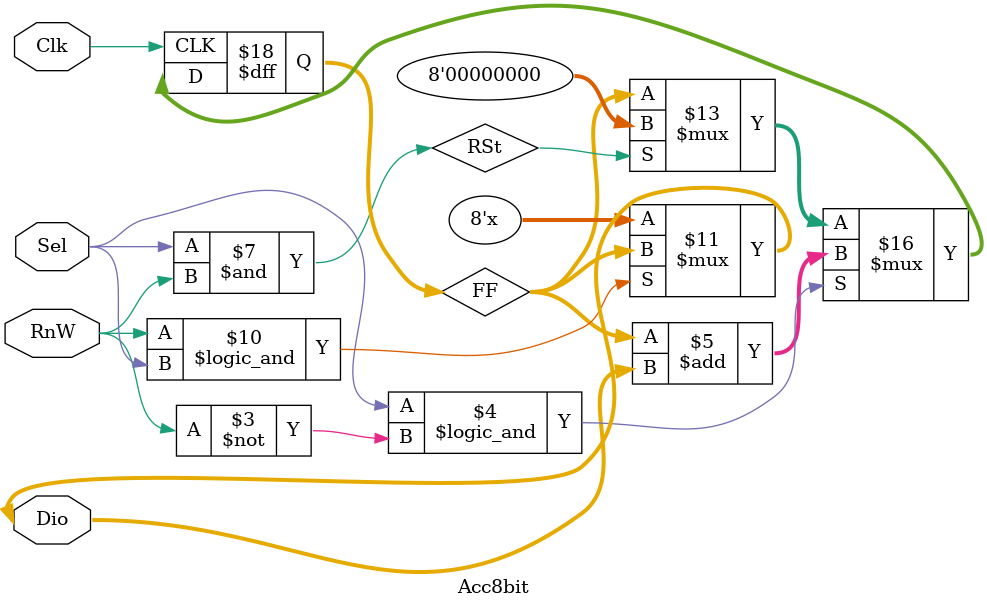
<source format=v>
module Acc8bit(Clk, Sel, RnW, Dio);
input Clk;  // clock input to trigger register storage
input Sel;  // select input that enables read/write operations
input RnW;  // read/write control input;
            // 0=> store data input at Dio[7:0] if Sel is 1
            // 1=> enable output to Dio[7:0] if Sel is 1
inout [7:0] Dio; 	// connection for data input and output
reg [7:0] FF; 		// storage register
wire RSt;

always @(posedge Clk)
	begin
		if (Sel == 1'b1 && RnW == 1'b0)
			FF[7:0] <= FF[7:0] + Dio[7:0];
		else if (RSt == 1'b1)
			FF[7:0] <= 8'b0;
		else
			FF[7:0] <= FF[7:0];
	end

assign RSt = Sel & RnW; 
		
assign Dio[7:0] = (RnW == 1'b1 && Sel == 1'b1) ? FF[7:0] : 8'bZ;

endmodule

</source>
